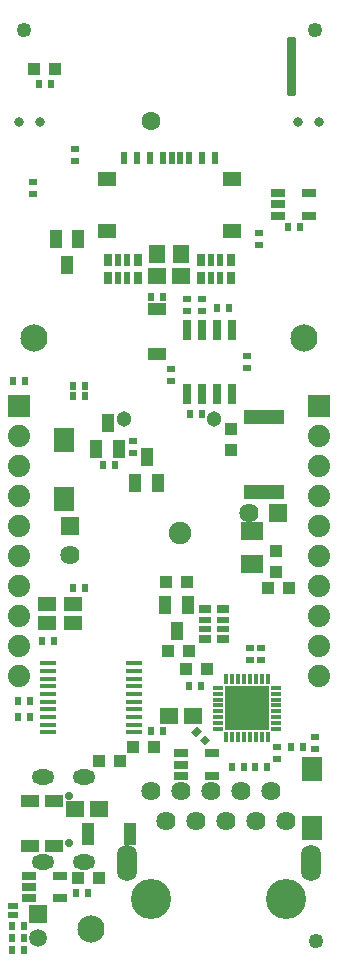
<source format=gbr>
G04 #@! TF.GenerationSoftware,KiCad,Pcbnew,5.1.6-c6e7f7d~87~ubuntu18.04.1*
G04 #@! TF.CreationDate,2022-10-06T15:06:41+03:00*
G04 #@! TF.ProjectId,ESP32-PoE_Rev_L,45535033-322d-4506-9f45-5f5265765f4c,L*
G04 #@! TF.SameCoordinates,Original*
G04 #@! TF.FileFunction,Soldermask,Bot*
G04 #@! TF.FilePolarity,Negative*
%FSLAX46Y46*%
G04 Gerber Fmt 4.6, Leading zero omitted, Abs format (unit mm)*
G04 Created by KiCad (PCBNEW 5.1.6-c6e7f7d~87~ubuntu18.04.1) date 2022-10-06 15:06:41*
%MOMM*%
%LPD*%
G01*
G04 APERTURE LIST*
%ADD10R,0.601600X0.651600*%
%ADD11R,1.117600X1.117600*%
%ADD12R,3.501601X1.301600*%
%ADD13R,1.625600X1.625600*%
%ADD14C,1.625600*%
%ADD15R,1.625600X1.371600*%
%ADD16R,1.501600X1.101600*%
%ADD17R,1.301600X0.651600*%
%ADD18C,0.801600*%
%ADD19R,1.101600X1.501600*%
%ADD20O,1.701600X3.101599*%
%ADD21C,3.401601*%
%ADD22R,3.701600X3.701600*%
%ADD23R,0.501600X0.501600*%
%ADD24R,1.524000X1.524000*%
%ADD25R,0.351600X0.901600*%
%ADD26R,0.901600X0.351600*%
%ADD27R,1.371600X1.625600*%
%ADD28C,1.254000*%
%ADD29R,0.651600X0.601600*%
%ADD30C,0.100000*%
%ADD31C,1.879600*%
%ADD32R,1.879600X1.879600*%
%ADD33R,1.371600X0.426600*%
%ADD34R,1.801600X2.101600*%
%ADD35R,1.117600X1.879600*%
%ADD36R,0.601600X1.101600*%
%ADD37R,1.601600X1.301600*%
%ADD38C,0.701600*%
%ADD39O,1.901600X1.301600*%
%ADD40R,1.117600X0.482600*%
%ADD41R,1.117600X0.736600*%
%ADD42R,0.482600X1.117600*%
%ADD43R,0.736600X1.117600*%
%ADD44C,1.301600*%
%ADD45R,1.501600X1.301600*%
%ADD46R,0.863600X0.609600*%
%ADD47R,1.879600X1.625600*%
%ADD48C,1.901600*%
%ADD49C,1.601600*%
%ADD50C,2.301600*%
%ADD51R,1.501600X1.501600*%
%ADD52C,1.501600*%
%ADD53R,0.701600X1.701600*%
%ADD54C,0.254000*%
G04 APERTURE END LIST*
D10*
X105918000Y-123952000D03*
X106934000Y-123952000D03*
D11*
X113157000Y-137287000D03*
X113157000Y-135509000D03*
D12*
X112141000Y-124205200D03*
X112141000Y-130505200D03*
D13*
X113391000Y-132334000D03*
D14*
X110891000Y-132334000D03*
D15*
X96139000Y-157353000D03*
X98171000Y-157353000D03*
D16*
X92329000Y-156723000D03*
X92329000Y-160523000D03*
D17*
X105126000Y-154559000D03*
X105126000Y-153609000D03*
X105126000Y-152659000D03*
X107726000Y-154559000D03*
X107726000Y-152659000D03*
D10*
X112395000Y-153797000D03*
X111379000Y-153797000D03*
D16*
X103124000Y-115067000D03*
X103124000Y-118867000D03*
D18*
X115059000Y-99187000D03*
X116859000Y-99187000D03*
X91421000Y-99187000D03*
X93221000Y-99187000D03*
D11*
X98171000Y-153289000D03*
X99949000Y-153289000D03*
D19*
X102237540Y-127548640D03*
X101282500Y-129758440D03*
X103184960Y-129758440D03*
X98933000Y-124714000D03*
X97977960Y-126923800D03*
X99880420Y-126923800D03*
X94554040Y-109128560D03*
X96456500Y-109128560D03*
X95501460Y-111338360D03*
D15*
X103124000Y-112268000D03*
X105156000Y-112268000D03*
D19*
X103825040Y-140116560D03*
X105727500Y-140116560D03*
X104772460Y-142326360D03*
D14*
X102616000Y-155806000D03*
X103886000Y-158346000D03*
X105156000Y-155806000D03*
X106426000Y-158346000D03*
X107696000Y-155806000D03*
X108966000Y-158346000D03*
X110236000Y-155806000D03*
X111506000Y-158346000D03*
X112776000Y-155806000D03*
X114046000Y-158346000D03*
D20*
X100531000Y-161946000D03*
X116131000Y-161946000D03*
D21*
X102616000Y-164996000D03*
X114046000Y-164996000D03*
D22*
X110744000Y-148844000D03*
D23*
X112044000Y-149344000D03*
X112044000Y-148344000D03*
X111244000Y-147544000D03*
X110244000Y-147544000D03*
X109444000Y-148344000D03*
X109444000Y-149344000D03*
X110244000Y-150144000D03*
X111244000Y-150144000D03*
D24*
X110744000Y-148844000D03*
D25*
X108994000Y-151294000D03*
X109494000Y-151294000D03*
X109994000Y-151294000D03*
X110494000Y-151294000D03*
X110994000Y-151294000D03*
X111494000Y-151294000D03*
X111994000Y-151294000D03*
X112494000Y-151294000D03*
D26*
X113194000Y-150594000D03*
X113194000Y-150094000D03*
X113194000Y-149594000D03*
X113194000Y-149094000D03*
X113194000Y-148594000D03*
X113194000Y-148094000D03*
X113194000Y-147594000D03*
X113194000Y-147094000D03*
D25*
X112494000Y-146394000D03*
X111994000Y-146394000D03*
X111494000Y-146394000D03*
X110994000Y-146394000D03*
X110494000Y-146394000D03*
X109994000Y-146394000D03*
X109494000Y-146394000D03*
X108994000Y-146394000D03*
D26*
X108294000Y-147094000D03*
X108294000Y-147594000D03*
X108294000Y-148094000D03*
X108294000Y-148594000D03*
X108294000Y-149094000D03*
X108294000Y-149594000D03*
X108294000Y-150094000D03*
X108294000Y-150594000D03*
D10*
X103632000Y-150749000D03*
X102616000Y-150749000D03*
D11*
X102870000Y-152146000D03*
X101092000Y-152146000D03*
D10*
X91821000Y-168275000D03*
X90805000Y-168275000D03*
X90805000Y-167259000D03*
X91821000Y-167259000D03*
D16*
X94361000Y-160523000D03*
X94361000Y-156723000D03*
D10*
X91821000Y-169291000D03*
X90805000Y-169291000D03*
X93091000Y-96012000D03*
X94107000Y-96012000D03*
X97282000Y-164465000D03*
X96266000Y-164465000D03*
D17*
X92299000Y-164907000D03*
X92299000Y-163957000D03*
X92299000Y-163007000D03*
X94899000Y-164907000D03*
X94899000Y-163007000D03*
D10*
X96012000Y-121539000D03*
X97028000Y-121539000D03*
D11*
X103886000Y-138176000D03*
X105664000Y-138176000D03*
D27*
X103124000Y-110363000D03*
X105156000Y-110363000D03*
D28*
X116586000Y-168529000D03*
X116459000Y-91440000D03*
X91821000Y-91440000D03*
D29*
X110998000Y-143764000D03*
X110998000Y-144780000D03*
D10*
X105791000Y-146939000D03*
X106807000Y-146939000D03*
D29*
X113284000Y-152146000D03*
X113284000Y-153162000D03*
X92583000Y-104267000D03*
X92583000Y-105283000D03*
X111760000Y-108585000D03*
X111760000Y-109601000D03*
X104267000Y-121158000D03*
X104267000Y-120142000D03*
D30*
G36*
X106912653Y-150774902D02*
G01*
X106451902Y-151235653D01*
X106026507Y-150810258D01*
X106487258Y-150349507D01*
X106912653Y-150774902D01*
G37*
G36*
X106744927Y-151528678D02*
G01*
X107205678Y-151067927D01*
X107631073Y-151493322D01*
X107170322Y-151954073D01*
X106744927Y-151528678D01*
G37*
D29*
X116459000Y-151257000D03*
X116459000Y-152273000D03*
D10*
X115443000Y-152146000D03*
X114427000Y-152146000D03*
X97028000Y-122428000D03*
X96012000Y-122428000D03*
X91948000Y-121158000D03*
X90932000Y-121158000D03*
X91313000Y-148209000D03*
X92329000Y-148209000D03*
X91313000Y-149606000D03*
X92329000Y-149606000D03*
D31*
X116840000Y-130840000D03*
X116840000Y-128300000D03*
X116840000Y-125760000D03*
D32*
X116840000Y-123220000D03*
D31*
X116840000Y-133380000D03*
X116840000Y-135920000D03*
X116840000Y-141000000D03*
X116840000Y-138460000D03*
X116840000Y-143540000D03*
X116840000Y-146080000D03*
X91440000Y-130840000D03*
X91440000Y-128300000D03*
X91440000Y-125760000D03*
D32*
X91440000Y-123220000D03*
D31*
X91440000Y-133380000D03*
X91440000Y-135920000D03*
X91440000Y-141000000D03*
X91440000Y-138460000D03*
X91440000Y-143540000D03*
X91440000Y-146080000D03*
D11*
X98171000Y-163195000D03*
X96393000Y-163195000D03*
D33*
X93916500Y-150880000D03*
X93916500Y-150230000D03*
X93916500Y-149580000D03*
X93916500Y-148930000D03*
X93916500Y-148280000D03*
X93916500Y-147630000D03*
X93916500Y-146980000D03*
X93916500Y-146330000D03*
X93916500Y-145680000D03*
X93916500Y-145030000D03*
X101155500Y-145030000D03*
X101155500Y-145680000D03*
X101155500Y-146330000D03*
X101155500Y-146980000D03*
X101155500Y-147630000D03*
X101155500Y-148280000D03*
X101155500Y-148930000D03*
X101155500Y-149580000D03*
X101155500Y-150230000D03*
X101155500Y-150880000D03*
D34*
X95250000Y-126151000D03*
X95250000Y-131151000D03*
D35*
X100838000Y-159512000D03*
X97282000Y-159512000D03*
D36*
X100290000Y-102237000D03*
X101390000Y-102237000D03*
X102490000Y-102237000D03*
X103590000Y-102237000D03*
X104340000Y-102237000D03*
X105040000Y-102237000D03*
X105790000Y-102237000D03*
X106890000Y-102237000D03*
X107990000Y-102237000D03*
D37*
X109440000Y-103987000D03*
X98840000Y-103987000D03*
X109440000Y-108437000D03*
X98840000Y-108437000D03*
D11*
X105537000Y-145542000D03*
X107315000Y-145542000D03*
X105791000Y-144018000D03*
X104013000Y-144018000D03*
D38*
X95626000Y-156242000D03*
X95626000Y-160242000D03*
D39*
X93476000Y-154642000D03*
X96946000Y-154642000D03*
X96946000Y-161842000D03*
X93476000Y-161842000D03*
D40*
X107188000Y-141351000D03*
X107188000Y-142113000D03*
X108712000Y-141351000D03*
X108712000Y-142113000D03*
D41*
X107188000Y-140462000D03*
X108712000Y-140462000D03*
X107188000Y-143002000D03*
X108712000Y-143002000D03*
D42*
X100584000Y-110871000D03*
X99822000Y-110871000D03*
X100584000Y-112395000D03*
X99822000Y-112395000D03*
D43*
X101473000Y-110871000D03*
X101473000Y-112395000D03*
X98933000Y-110871000D03*
X98933000Y-112395000D03*
D15*
X104140000Y-149479000D03*
X106172000Y-149479000D03*
D10*
X93345000Y-143129000D03*
X94361000Y-143129000D03*
X103632000Y-114046000D03*
X102616000Y-114046000D03*
X99568000Y-128270000D03*
X98552000Y-128270000D03*
D29*
X101092000Y-126238000D03*
X101092000Y-127254000D03*
D42*
X108458000Y-110871000D03*
X107696000Y-110871000D03*
X108458000Y-112395000D03*
X107696000Y-112395000D03*
D43*
X109347000Y-110871000D03*
X109347000Y-112395000D03*
X106807000Y-110871000D03*
X106807000Y-112395000D03*
D44*
X107950000Y-124333000D03*
X100330000Y-124333000D03*
D10*
X96012000Y-138684000D03*
X97028000Y-138684000D03*
D45*
X95969000Y-140043000D03*
X93769000Y-141643000D03*
X93769000Y-140043000D03*
X95969000Y-141643000D03*
D46*
X90932000Y-166370000D03*
X90932000Y-165608000D03*
D11*
X92710000Y-94742000D03*
X94488000Y-94742000D03*
D10*
X110490000Y-153797000D03*
X109474000Y-153797000D03*
D34*
X116205000Y-153964000D03*
X116205000Y-158964000D03*
D10*
X108204000Y-114935000D03*
X109220000Y-114935000D03*
D29*
X105664000Y-114173000D03*
X105664000Y-115189000D03*
X106934000Y-114173000D03*
X106934000Y-115189000D03*
D47*
X111125000Y-136652000D03*
X111125000Y-133858000D03*
D48*
X105029000Y-133985000D03*
D14*
X95758000Y-135870000D03*
D13*
X95758000Y-133370000D03*
D11*
X109347000Y-127000000D03*
X109347000Y-125222000D03*
D29*
X111887000Y-144780000D03*
X111887000Y-143764000D03*
D11*
X114300000Y-138684000D03*
X112522000Y-138684000D03*
D49*
X102640000Y-99108000D03*
D10*
X114173000Y-108077000D03*
X115189000Y-108077000D03*
D50*
X92710000Y-117475000D03*
X115570000Y-117475000D03*
X97536000Y-167513000D03*
D29*
X96139000Y-101473000D03*
X96139000Y-102489000D03*
D17*
X115980999Y-105222000D03*
X115980999Y-107122000D03*
X113380999Y-105222000D03*
X113380999Y-106172000D03*
X113380999Y-107122000D03*
D51*
X93070680Y-166230300D03*
D52*
X93073220Y-168259760D03*
D29*
X110744000Y-118999000D03*
X110744000Y-120015000D03*
D53*
X105664000Y-116807000D03*
X106934000Y-116807000D03*
X108204000Y-116807000D03*
X109474000Y-116807000D03*
X109474000Y-122207000D03*
X108204000Y-122207000D03*
X106934000Y-122207000D03*
X105664000Y-122207000D03*
D54*
G36*
X114681000Y-96837500D02*
G01*
X114173000Y-96837500D01*
X114173000Y-92075000D01*
X114681000Y-92075000D01*
X114681000Y-96837500D01*
G37*
X114681000Y-96837500D02*
X114173000Y-96837500D01*
X114173000Y-92075000D01*
X114681000Y-92075000D01*
X114681000Y-96837500D01*
M02*

</source>
